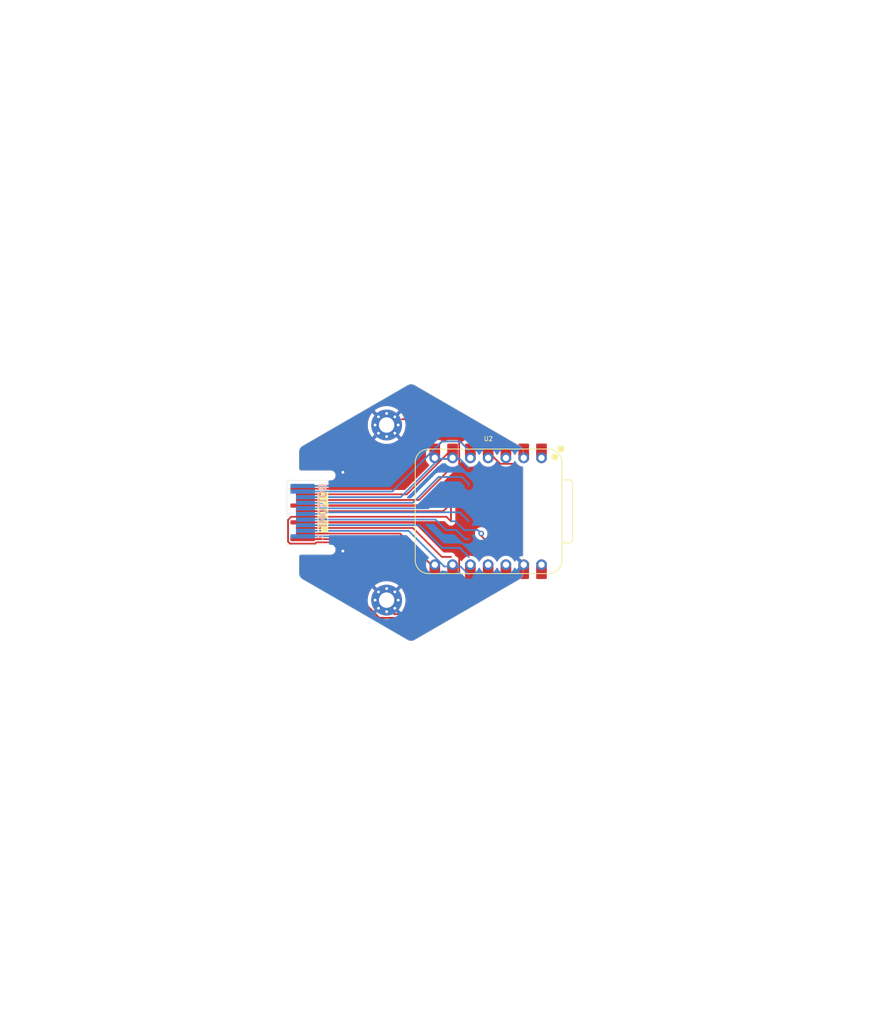
<source format=kicad_pcb>
(kicad_pcb (version 20241229) (generator "pcbnew") (generator_version "9.0")
  (layers (0 "F.Cu" signal) (2 "B.Cu" signal) (13 "F.Paste" user) (15 "B.Paste" user) (5 "F.SilkS" user "F.Silkscreen") (7 "B.SilkS" user "B.Silkscreen") (1 "F.Mask" user) (3 "B.Mask" user) (25 "Edge.Cuts" user))
  (net 0 "")
  (net 1 "/GND")
  (net 2 "unconnected-(J1-LS_B-Pad3)")
  (net 3 "unconnected-(J1-LS_A-Pad2)")
  (net 4 "/SDA")
  (net 5 "/SCL")
  (net 6 "/LS_C")
  (net 7 "/LS_D")
  (net 8 "/LS_E")
  (net 9 "/HS_F")
  (net 10 "/HS_G")
  (net 11 "/3V3")
  (net 12 "/HS_H")
  (net 13 "/HS_I")
  (footprint "tildagon:hexpansion-edge-connector" (layer "F.Cu") (at 98.25 100)
    (property "Reference" "J1" (hide yes))
    (property "Value" "Hexpansion-Connector" (hide yes))
    (fp_line (start 0 4.4) (end 0 -4.4) (stroke (width 0.05)) (layer "Edge.Cuts"))
    (fp_line (start 6.25 -6) (end 2 -6) (stroke (width 0.05)) (layer "Edge.Cuts"))
    (fp_line (start 6.25 -4.6) (end 0.2 -4.6) (stroke (width 0.05)) (layer "Edge.Cuts"))
    (fp_line (start 6.25 4.6) (end 0.2 4.6) (stroke (width 0.05)) (layer "Edge.Cuts"))
    (fp_line (start 6.25 6) (end 2 6) (stroke (width 0.05)) (layer "Edge.Cuts"))
    (fp_arc (start 0 -4.4) (mid 0.058579 -4.541421) (end 0.2 -4.6) (stroke (width 0.05)) (layer "Edge.Cuts"))
    (fp_arc (start 0.2 4.6) (mid 0.058579 4.541421) (end 0 4.4) (stroke (width 0.05)) (layer "Edge.Cuts"))
    (fp_arc (start 6.25 -6) (mid 6.744975 -5.794975) (end 6.95 -5.3) (stroke (width 0.05)) (layer "Edge.Cuts"))
    (fp_arc (start 6.25 4.6) (mid 6.744975 4.805025) (end 6.95 5.3) (stroke (width 0.05)) (layer "Edge.Cuts"))
    (fp_arc (start 6.95 -5.3) (mid 6.744975 -4.805025) (end 6.25 -4.6) (stroke (width 0.05)) (layer "Edge.Cuts"))
    (fp_arc (start 6.95 5.3) (mid 6.744975 5.794975) (end 6.25 6) (stroke (width 0.05)) (layer "Edge.Cuts"))
    (fp_text user "^ TOP ^" (at 5.8 2.85 90) (layer "F.SilkS" knockout) (effects (font (thickness 0.25) (bold yes)) (justify left bottom)))
    (fp_text user "BOTTOM!" (at 5.7 -4.3 90) (layer "B.SilkS") (effects (font (thickness 0.25) (bold yes)) (justify left bottom mirror)))
    (fp_text user "1" (at 5.2 3.05 90) (layer "B.SilkS") (effects (font (size 0.8 0.8) (thickness 0.2) (bold yes)) (justify left bottom mirror)))
    (pad "1" smd roundrect (at 2.25 3.4) (size 3.5 0.6) (layers "B.Cu" "B.Mask") (net 1 "/GND"))
    (pad "2" smd roundrect (at 2.65 2.6) (size 2.7 0.6) (layers "B.Cu" "B.Mask") (net 3 "unconnected-(J1-LS_A-Pad2)"))
    (pad "3" smd roundrect (at 2.65 1.8) (size 2.7 0.6) (layers "B.Cu" "B.Mask") (net 2 "unconnected-(J1-LS_B-Pad3)"))
    (pad "4" smd roundrect (at 2.65 1) (size 2.7 0.6) (layers "B.Cu" "B.Mask") (net 4 "/SDA"))
    (pad "5" smd roundrect (at 2.65 0.2) (size 2.7 0.6) (layers "B.Cu" "B.Mask") (net 5 "/SCL"))
    (pad "6" smd roundrect (at 2.65 -0.6) (size 2.7 0.6) (layers "B.Cu" "B.Mask") (net 1 "/GND"))
    (pad "7" smd roundrect (at 2.65 -1.4) (size 2.7 0.6) (layers "B.Cu" "B.Mask") (net 6 "/LS_C"))
    (pad "8" smd roundrect (at 2.65 -2.2) (size 2.7 0.6) (layers "B.Cu" "B.Mask") (net 7 "/LS_D"))
    (pad "9" smd roundrect (at 2.25 -3) (size 3.5 0.6) (layers "B.Cu" "B.Mask") (net 8 "/LS_E"))
    (pad "10" smd roundrect (at 2.25 -3.8) (size 3.5 0.6) (layers "B.Cu" "B.Mask") (net 1 "/GND"))
    (pad "11" smd roundrect (at 2.25 -3.4 180) (size 3.5 0.6) (layers "F.Cu" "F.Mask") (net 1 "/GND"))
    (pad "12" smd roundrect (at 2.65 -2.6 180) (size 2.7 0.6) (layers "F.Cu" "F.Mask") (net 9 "/HS_F"))
    (pad "13" smd roundrect (at 2.65 -1.8 180) (size 2.7 0.6) (layers "F.Cu" "F.Mask") (net 10 "/HS_G"))
    (pad "14" smd roundrect (at 2.25 -1 180) (size 3.5 0.6) (layers "F.Cu" "F.Mask") (net 1 "/GND"))
    (pad "15" smd roundrect (at 2.65 -0.2 180) (size 2.7 0.6) (layers "F.Cu" "F.Mask") (net 11 "/3V3"))
    (pad "16" smd roundrect (at 2.65 0.6 180) (size 2.7 0.6) (layers "F.Cu" "F.Mask") (net 11 "/3V3"))
    (pad "17" smd roundrect (at 2.25 1.4 180) (size 3.5 0.6) (layers "F.Cu" "F.Mask") (net 1 "/GND"))
    (pad "18" smd roundrect (at 2.65 2.2 180) (size 2.7 0.6) (layers "F.Cu" "F.Mask") (net 12 "/HS_H"))
    (pad "19" smd roundrect (at 2.65 3 180) (size 2.7 0.6) (layers "F.Cu" "F.Mask") (net 13 "/HS_I"))
    (pad "20" smd roundrect (at 2.25 3.8 180) (size 3.5 0.6) (layers "F.Cu" "F.Mask") (net 1 "/GND"))
  )
  (footprint "MountingHole:MountingHole_2.2mm_M2_Pad_Via" (layer "F.Cu") (at 112.5 87.5)
    (property "Reference" "H2" (hide yes))
    (property "Value" "MountingHole_Pad" (hide yes))
    (pad "1" thru_hole circle (at -1.65 0) (size 0.7 0.7) (drill 0.4) (layers "*.Cu" "*.Mask") (net 1 "/GND"))
    (pad "1" thru_hole circle (at -1.166726 -1.166726) (size 0.7 0.7) (drill 0.4) (layers "*.Cu" "*.Mask") (net 1 "/GND"))
    (pad "1" thru_hole circle (at -1.166726 1.166726) (size 0.7 0.7) (drill 0.4) (layers "*.Cu" "*.Mask") (net 1 "/GND"))
    (pad "1" thru_hole circle (at 0 -1.65) (size 0.7 0.7) (drill 0.4) (layers "*.Cu" "*.Mask") (net 1 "/GND"))
    (pad "1" thru_hole circle (at 0 0) (size 4.4 4.4) (drill 2.2) (layers "*.Cu" "*.Mask") (net 1 "/GND"))
    (pad "1" thru_hole circle (at 0 1.65) (size 0.7 0.7) (drill 0.4) (layers "*.Cu" "*.Mask") (net 1 "/GND"))
    (pad "1" thru_hole circle (at 1.166726 -1.166726) (size 0.7 0.7) (drill 0.4) (layers "*.Cu" "*.Mask") (net 1 "/GND"))
    (pad "1" thru_hole circle (at 1.166726 1.166726) (size 0.7 0.7) (drill 0.4) (layers "*.Cu" "*.Mask") (net 1 "/GND"))
    (pad "1" thru_hole circle (at 1.65 0) (size 0.7 0.7) (drill 0.4) (layers "*.Cu" "*.Mask") (net 1 "/GND"))
  )
  (footprint "XIAO:XIAO-ESP32-S3-DIP" (layer "F.Cu") (at 127 99.822)
    (property "Reference" "U2" (at 0.025 -10.35 0) (layer "F.SilkS") (effects (font (size 0.635 0.635) (thickness 0.1016))))
    (property "Value" "XIAO-ESP32-S3-DIP")
    (fp_line (start -10.414 -6.985) (end -10.414 6.985) (stroke (width 0.127)) (layer "F.SilkS"))
    (fp_line (start -8.509 -8.89) (end 8.636 -8.89) (stroke (width 0.127)) (layer "F.SilkS"))
    (fp_line (start -8.509 8.89) (end 8.636 8.89) (stroke (width 0.127)) (layer "F.SilkS"))
    (fp_line (start 10.541 -4.495) (end 11.551272 -4.491272) (stroke (width 0.127)) (layer "F.SilkS"))
    (fp_line (start 10.541 6.985) (end 10.541 -6.985) (stroke (width 0.1)) (layer "F.SilkS"))
    (fp_line (start 10.541 6.985) (end 10.541 -6.985) (stroke (width 0.127)) (layer "F.SilkS"))
    (fp_line (start 11.551 4.504) (end 10.541 4.504) (stroke (width 0.127)) (layer "F.SilkS"))
    (fp_line (start 12.051 -3.991272) (end 12.051 4.004) (stroke (width 0.127)) (layer "F.SilkS"))
    (fp_arc (start -10.414 -6.985) (mid -9.856038 -8.332038) (end -8.509 -8.89) (stroke (width 0.127)) (layer "F.SilkS"))
    (fp_arc (start -8.509 8.89) (mid -9.856038 8.332038) (end -10.414 6.985) (stroke (width 0.127)) (layer "F.SilkS"))
    (fp_arc (start 8.636 -8.89) (mid 9.983038 -8.332038) (end 10.541 -6.985) (stroke (width 0.127)) (layer "F.SilkS"))
    (fp_arc (start 10.541 6.985) (mid 9.983038 8.332038) (end 8.636 8.89) (stroke (width 0.127)) (layer "F.SilkS"))
    (fp_arc (start 11.551272 -4.491272) (mid 11.904644 -4.344724) (end 12.051 -3.991272) (stroke (width 0.127)) (layer "F.SilkS"))
    (fp_arc (start 12.051 4.004) (mid 11.904553 4.357553) (end 11.551 4.504) (stroke (width 0.127)) (layer "F.SilkS"))
    (fp_circle (center 9.52 -7.761) (end 9.774 -7.761) (stroke (width 0.5)) (fill yes) (layer "F.SilkS"))
    (fp_circle (center 10.4 -8.904) (end 10.654 -8.904) (stroke (width 0.5)) (fill yes) (layer "F.SilkS"))
    (pad "1" smd roundrect (at 7.62 -8.455 90) (size 2.432 1.524) (layers "F.Cu" "F.Mask") (roundrect_rratio 0.1))
    (pad "1" thru_hole circle (at 7.62 -7.62 90) (size 1.524 1.524) (drill 0.889) (layers "*.Cu" "*.Mask"))
    (pad "2" smd roundrect (at 5.08 -8.455 90) (size 2.432 1.524) (layers "F.Cu" "F.Mask") (roundrect_rratio 0.1))
    (pad "2" thru_hole circle (at 5.08 -7.62 90) (size 1.524 1.524) (drill 0.889) (layers "*.Cu" "*.Mask"))
    (pad "3" smd roundrect (at 2.54 -8.455 90) (size 2.432 1.524) (layers "F.Cu" "F.Mask") (roundrect_rratio 0.1))
    (pad "3" thru_hole circle (at 2.54 -7.62 90) (size 1.524 1.524) (drill 0.889) (layers "*.Cu" "*.Mask"))
    (pad "4" smd roundrect (at 0 -8.455 90) (size 2.432 1.524) (layers "F.Cu" "F.Mask") (roundrect_rratio 0.1))
    (pad "4" thru_hole circle (at 0 -7.62 90) (size 1.524 1.524) (drill 0.889) (layers "*.Cu" "*.Mask"))
    (pad "5" smd roundrect (at -2.54 -8.455 90) (size 2.432 1.524) (layers "F.Cu" "F.Mask") (roundrect_rratio 0.1))
    (pad "5" thru_hole circle (at -2.54 -7.62 90) (size 1.524 1.524) (drill 0.889) (layers "*.Cu" "*.Mask"))
    (pad "6" smd roundrect (at -5.08 -8.455 90) (size 2.432 1.524) (layers "F.Cu" "F.Mask") (roundrect_rratio 0.1))
    (pad "6" thru_hole circle (at -5.08 -7.62 90) (size 1.524 1.524) (drill 0.889) (layers "*.Cu" "*.Mask"))
    (pad "7" smd roundrect (at -7.62 -8.455 90) (size 2.432 1.524) (layers "F.Cu" "F.Mask") (roundrect_rratio 0.1))
    (pad "7" thru_hole circle (at -7.62 -7.62 90) (size 1.524 1.524) (drill 0.889) (layers "*.Cu" "*.Mask"))
    (pad "8" thru_hole circle (at -7.62 7.62 270) (size 1.524 1.524) (drill 0.889) (layers "*.Cu" "*.Mask"))
    (pad "8" smd roundrect (at -7.62 8.455 270) (size 2.432 1.524) (layers "F.Cu" "F.Mask") (roundrect_rratio 0.1))
    (pad "9" thru_hole circle (at -5.08 7.62 270) (size 1.524 1.524) (drill 0.889) (layers "*.Cu" "*.Mask"))
    (pad "9" smd roundrect (at -5.08 8.455 270) (size 2.432 1.524) (layers "F.Cu" "F.Mask") (roundrect_rratio 0.1))
    (pad "10" thru_hole circle (at -2.54 7.62 270) (size 1.524 1.524) (drill 0.889) (layers "*.Cu" "*.Mask"))
    (pad "10" smd roundrect (at -2.54 8.455 270) (size 2.432 1.524) (layers "F.Cu" "F.Mask") (roundrect_rratio 0.1))
    (pad "11" thru_hole circle (at 0 7.62 270) (size 1.524 1.524) (drill 0.889) (layers "*.Cu" "*.Mask"))
    (pad "11" smd roundrect (at 0 8.455 270) (size 2.432 1.524) (layers "F.Cu" "F.Mask") (roundrect_rratio 0.1))
    (pad "12" thru_hole circle (at 2.54 7.62 270) (size 1.524 1.524) (drill 0.889) (layers "*.Cu" "*.Mask") (net 11 "/3V3"))
    (pad "12" smd roundrect (at 2.54 8.455 270) (size 2.432 1.524) (layers "F.Cu" "F.Mask") (roundrect_rratio 0.1) (net 11 "/3V3"))
    (pad "13" thru_hole circle (at 5.08 7.62 270) (size 1.524 1.524) (drill 0.889) (layers "*.Cu" "*.Mask") (net 1 "/GND"))
    (pad "13" smd roundrect (at 5.08 8.455 270) (size 2.432 1.524) (layers "F.Cu" "F.Mask") (roundrect_rratio 0.1) (net 1 "/GND"))
    (pad "14" thru_hole circle (at 7.62 7.62 270) (size 1.524 1.524) (drill 0.889) (layers "*.Cu" "*.Mask"))
    (pad "14" smd roundrect (at 7.62 8.455 270) (size 2.432 1.524) (layers "F.Cu" "F.Mask") (roundrect_rratio 0.1))
  )
  (footprint "MountingHole:MountingHole_2.2mm_M2_Pad_Via" (layer "F.Cu") (at 112.5 112.5)
    (property "Reference" "H1" (hide yes))
    (property "Value" "MountingHole_Pad")
    (pad "1" thru_hole circle (at -1.65 0) (size 0.7 0.7) (drill 0.4) (layers "*.Cu" "*.Mask") (net 1 "/GND"))
    (pad "1" thru_hole circle (at -1.166726 -1.166726) (size 0.7 0.7) (drill 0.4) (layers "*.Cu" "*.Mask") (net 1 "/GND"))
    (pad "1" thru_hole circle (at -1.166726 1.166726) (size 0.7 0.7) (drill 0.4) (layers "*.Cu" "*.Mask") (net 1 "/GND"))
    (pad "1" thru_hole circle (at 0 -1.65) (size 0.7 0.7) (drill 0.4) (layers "*.Cu" "*.Mask") (net 1 "/GND"))
    (pad "1" thru_hole circle (at 0 0) (size 4.4 4.4) (drill 2.2) (layers "*.Cu" "*.Mask") (net 1 "/GND"))
    (pad "1" thru_hole circle (at 0 1.65) (size 0.7 0.7) (drill 0.4) (layers "*.Cu" "*.Mask") (net 1 "/GND"))
    (pad "1" thru_hole circle (at 1.166726 -1.166726) (size 0.7 0.7) (drill 0.4) (layers "*.Cu" "*.Mask") (net 1 "/GND"))
    (pad "1" thru_hole circle (at 1.166726 1.166726) (size 0.7 0.7) (drill 0.4) (layers "*.Cu" "*.Mask") (net 1 "/GND"))
    (pad "1" thru_hole circle (at 1.65 0) (size 0.7 0.7) (drill 0.4) (layers "*.Cu" "*.Mask") (net 1 "/GND"))
  )
  (gr_line (start 100.5 90.473725) (end 115.499995 81.813472) (stroke (width 0.05)) (layer "Edge.Cuts"))
  (gr_arc (start 131.499989 90.473725) (mid 131.866015 90.83975) (end 131.999989 91.33975) (stroke (width 0.05)) (layer "Edge.Cuts"))
  (gr_arc (start 100.25 94) (mid 100.073223 93.926777) (end 100 93.75) (stroke (width 0.1)) (layer "Edge.Cuts"))
  (gr_arc (start 115.499995 81.813472) (mid 115.999995 81.679497) (end 116.499995 81.813472) (stroke (width 0.05)) (layer "Edge.Cuts"))
  (gr_line (start 100.5 109.526269) (end 115.499995 118.186522) (stroke (width 0.05)) (layer "Edge.Cuts"))
  (gr_line (start 131.999989 91.33975) (end 131.999989 108.660243) (stroke (width 0.05)) (layer "Edge.Cuts"))
  (gr_line (start 100 93.75) (end 100 91.33975) (stroke (width 0.05)) (layer "Edge.Cuts"))
  (gr_arc (start 100 91.33975) (mid 100.133975 90.83975) (end 100.5 90.473725) (stroke (width 0.05)) (layer "Edge.Cuts"))
  (gr_line (start 100 106.25) (end 100 108.660243) (stroke (width 0.05)) (layer "Edge.Cuts"))
  (gr_line (start 116.499995 81.813472) (end 131.499989 90.473725) (stroke (width 0.05)) (layer "Edge.Cuts"))
  (gr_arc (start 100 106.25) (mid 100.073223 106.073223) (end 100.25 106) (stroke (width 0.1)) (layer "Edge.Cuts"))
  (gr_arc (start 100.5 109.526269) (mid 100.133975 109.160243) (end 100 108.660243) (stroke (width 0.05)) (layer "Edge.Cuts"))
  (gr_arc (start 131.999989 108.660243) (mid 131.866015 109.160243) (end 131.499989 109.526269) (stroke (width 0.05)) (layer "Edge.Cuts"))
  (gr_arc (start 116.499995 118.186522) (mid 115.999995 118.320497) (end 115.499995 118.186522) (stroke (width 0.05)) (layer "Edge.Cuts"))
  (gr_line (start 116.499995 118.186522) (end 131.499989 109.526269) (stroke (width 0.05)) (layer "Edge.Cuts"))
  (segment (start 128.6 94.34) (end 130.49 94.34) (width 0.25) (layer "F.Cu") (net 0))
  (segment (start 124.23 98.71) (end 128.6 94.34) (width 0.25) (layer "F.Cu") (net 0))
  (segment (start 130.59 103.855) (end 130.55 103.815) (width 0.25) (layer "F.Cu") (net 0))
  (segment (start 130.55 103.815) (end 130.55 102.2275) (width 0.25) (layer "F.Cu") (net 0))
  (segment (start 111.99 103.8) (end 120.32 112.13) (width 0.25) (layer "F.Cu") (net 1))
  (segment (start 121.69 96.17) (end 122.865 96.17) (width 0.25) (layer "F.Cu") (net 1))
  (segment (start 113.64 96.6) (end 100.5 96.6) (width 0.25) (layer "F.Cu") (net 1))
  (segment (start 121.69 88.55) (end 124.23 88.55) (width 0.25) (layer "F.Cu") (net 1))
  (segment (start 122.865 103.89) (end 122.865 100.07) (width 0.25) (layer "F.Cu") (net 1))
  (segment (start 130.2675 100.07) (end 122.865 100.07) (width 0.25) (layer "F.Cu") (net 1))
  (segment (start 122.865 89.725) (end 121.69 88.55) (width 0.25) (layer "F.Cu") (net 1))
  (segment (start 114.716726 86.666726) (end 119.806726 86.666726) (width 0.25) (layer "F.Cu") (net 1))
  (segment (start 121.69 103.79) (end 119.3 101.4) (width 0.25) (layer "F.Cu") (net 1))
  (segment (start 130.55 100.3525) (end 130.2675 100.07) (width 0.25) (layer "F.Cu") (net 1))
  (segment (start 113.55 114.5) (end 118.6 114.5) (width 0.25) (layer "F.Cu") (net 1))
  (segment (start 119.806726 86.666726) (end 121.69 88.55) (width 0.25) (layer "F.Cu") (net 1))
  (segment (start 130.49 93.04) (end 128.72 93.04) (width 0.25) (layer "F.Cu") (net 1))
  (segment (start 118.86 99) (end 100.5 99) (width 0.25) (layer "F.Cu") (net 1))
  (segment (start 122.865 100.07) (end 122.865 96.17) (width 0.25) (layer "F.Cu") (net 1))
  (segment (start 121.69 103.79) (end 122.765 103.79) (width 0.25) (layer "F.Cu") (net 1))
  (segment (start 120.97 112.13) (end 121.69 111.41) (width 0.25) (layer "F.Cu") (net 1))
  (segment (start 121.69 96.17) (end 118.86 99) (width 0.25) (layer "F.Cu") (net 1))
  (segment (start 122.865 96.17) (end 122.865 89.725) (width 0.25) (layer "F.Cu") (net 1))
  (segment (start 118.6 114.5) (end 121.69 111.41) (width 0.25) (layer "F.Cu") (net 1))
  (segment (start 121.69 88.55) (end 113.64 96.6) (width 0.25) (layer "F.Cu") (net 1))
  (segment (start 122.765 103.79) (end 122.865 103.89) (width 0.25) (layer "F.Cu") (net 1))
  (segment (start 100.5 103.8) (end 111.99 103.8) (width 0.25) (layer "F.Cu") (net 1))
  (segment (start 119.3 101.4) (end 100.5 101.4) (width 0.25) (layer "F.Cu") (net 1))
  (segment (start 121.69 111.41) (end 124.23 111.41) (width 0.25) (layer "F.Cu") (net 1))
  (segment (start 128.72 93.04) (end 124.23 88.55) (width 0.25) (layer "F.Cu") (net 1))
  (segment (start 124.23 111.41) (end 122.865 110.045) (width 0.25) (layer "F.Cu") (net 1))
  (segment (start 120.32 112.13) (end 120.97 112.13) (width 0.25) (layer "F.Cu") (net 1))
  (segment (start 122.865 110.045) (end 122.865 103.89) (width 0.25) (layer "F.Cu") (net 1))
  (via (at 106.25 105.5) (size 0.8) (drill 0.4) (layers "F.Cu" "B.Cu") (net 1))
  (via (at 106.25 94.25) (size 0.8) (drill 0.4) (layers "F.Cu" "B.Cu") (net 1))
  (segment (start 120.4 97.41) (end 118.41 99.4) (width 0.25) (layer "B.Cu") (net 1))
  (segment (start 112.45 103.4) (end 100.5 103.4) (width 0.25) (layer "B.Cu") (net 1))
  (segment (start 121.69 111.41) (end 120.62 111.41) (width 0.25) (layer "B.Cu") (net 1))
  (segment (start 124.23 98.71) (end 122.93 97.41) (width 0.25) (layer "B.Cu") (net 1))
  (segment (start 120.54 111.49) (end 112.45 103.4) (width 0.25) (layer "B.Cu") (net 1))
  (segment (start 119.36 88.55) (end 111.71 96.2) (width 0.25) (layer "B.Cu") (net 1))
  (segment (start 120.62 111.41) (end 120.54 111.49) (width 0.25) (layer "B.Cu") (net 1))
  (segment (start 111.71 96.2) (end 100.5 96.2) (width 0.25) (layer "B.Cu") (net 1))
  (segment (start 122.93 97.41) (end 120.4 97.41) (width 0.25) (layer "B.Cu") (net 1))
  (segment (start 118.41 99.4) (end 100.9 99.4) (width 0.25) (layer "B.Cu") (net 1))
  (segment (start 121.69 88.55) (end 119.36 88.55) (width 0.25) (layer "B.Cu") (net 1))
  (segment (start 124.23 106.33) (end 122.94 105.04) (width 0.25) (layer "B.Cu") (net 2))
  (segment (start 120.42 105.04) (end 117.18 101.8) (width 0.25) (layer "B.Cu") (net 2))
  (segment (start 117.18 101.8) (end 100.9 101.8) (width 0.25) (layer "B.Cu") (net 2))
  (segment (start 122.94 105.04) (end 120.42 105.04) (width 0.25) (layer "B.Cu") (net 2))
  (segment (start 123.055 107.695) (end 120.735 107.695) (width 0.25) (layer "B.Cu") (net 3))
  (segment (start 120.735 107.695) (end 120.73 107.7) (width 0.25) (layer "B.Cu") (net 3))
  (segment (start 124.23 108.87) (end 123.055 107.695) (width 0.25) (layer "B.Cu") (net 3))
  (segment (start 115.63 102.6) (end 100.9 102.6) (width 0.25) (layer "B.Cu") (net 3))
  (segment (start 120.73 107.7) (end 115.63 102.6) (width 0.25) (layer "B.Cu") (net 3))
  (segment (start 122.44 102.48) (end 120.96 102.48) (width 0.25) (layer "B.Cu") (net 4))
  (segment (start 123.75 103.79) (end 122.44 102.48) (width 0.25) (layer "B.Cu") (net 4))
  (segment (start 124.23 103.79) (end 123.75 103.79) (width 0.25) (layer "B.Cu") (net 4))
  (segment (start 120.96 102.48) (end 119.48 101) (width 0.25) (layer "B.Cu") (net 4))
  (segment (start 119.48 101) (end 100.9 101) (width 0.25) (layer "B.Cu") (net 4))
  (segment (start 124.23 101.25) (end 122.94 99.96) (width 0.25) (layer "B.Cu") (net 5))
  (segment (start 122.94 99.96) (end 103.5 99.96) (width 0.25) (layer "B.Cu") (net 5))
  (segment (start 103.26 100.2) (end 100.9 100.2) (width 0.25) (layer "B.Cu") (net 5))
  (segment (start 103.5 99.96) (end 103.26 100.2) (width 0.25) (layer "B.Cu") (net 5))
  (segment (start 124.23 95.92) (end 123.23 94.92) (width 0.25) (layer "B.Cu") (net 6))
  (segment (start 116.25 98.6) (end 100.9 98.6) (width 0.25) (layer "B.Cu") (net 6))
  (segment (start 123.23 94.92) (end 119.93 94.92) (width 0.25) (layer "B.Cu") (net 6))
  (segment (start 119.93 94.92) (end 116.25 98.6) (width 0.25) (layer "B.Cu") (net 6))
  (segment (start 124.23 96.17) (end 124.23 95.92) (width 0.25) (layer "B.Cu") (net 6))
  (segment (start 114.52 97.8) (end 100.9 97.8) (width 0.25) (layer "B.Cu") (net 7))
  (segment (start 122.94 92.34) (end 119.98 92.34) (width 0.25) (layer "B.Cu") (net 7))
  (segment (start 119.98 92.34) (end 114.52 97.8) (width 0.25) (layer "B.Cu") (net 7))
  (segment (start 124.23 93.63) (end 122.94 92.34) (width 0.25) (layer "B.Cu") (net 7))
  (segment (start 113.28 97) (end 100.5 97) (width 0.25) (layer "B.Cu") (net 8))
  (segment (start 124.23 91.09) (end 122.99 89.85) (width 0.25) (layer "B.Cu") (net 8))
  (segment (start 120.43 89.85) (end 113.28 97) (width 0.25) (layer "B.Cu") (net 8))
  (segment (start 122.99 89.85) (end 120.43 89.85) (width 0.25) (layer "B.Cu") (net 8))
  (segment (start 115.38 97.4) (end 100.9 97.4) (width 0.25) (layer "F.Cu") (net 9))
  (segment (start 121.69 91.09) (end 115.38 97.4) (width 0.25) (layer "F.Cu") (net 9))
  (segment (start 117.12 98.2) (end 100.9 98.2) (width 0.25) (layer "F.Cu") (net 10))
  (segment (start 121.69 93.63) (end 117.12 98.2) (width 0.25) (layer "F.Cu") (net 10))
  (segment (start 102.301322 104.426) (end 98.698678 104.426) (width 0.25) (layer "F.Cu") (net 11))
  (segment (start 120.6 99.8) (end 100.9 99.8) (width 0.25) (layer "F.Cu") (net 11))
  (segment (start 98.872678 100.6) (end 100.9 100.6) (width 0.25) (layer "F.Cu") (net 11))
  (segment (start 129.54 108.277) (end 125.956 111.861) (width 0.25) (layer "F.Cu") (net 11))
  (segment (start 121.25181 115.026) (end 111.453696 115.026) (width 0.25) (layer "F.Cu") (net 11))
  (segment (start 102.476322 104.251) (end 102.301322 104.426) (width 0.25) (layer "F.Cu") (net 11))
  (segment (start 105.327849 104.251) (end 102.476322 104.251) (width 0.25) (layer "F.Cu") (net 11))
  (segment (start 100.9 99.8) (end 100.9 100.6) (width 0.25) (layer "F.Cu") (net 11))
  (segment (start 121.69 101.25) (end 121.69 98.71) (width 0.25) (layer "F.Cu") (net 11))
  (segment (start 126.01 103.315) (end 128.2 105.505) (width 0.25) (layer "F.Cu") (net 11))
  (segment (start 121.69 98.71) (end 120.6 99.8) (width 0.25) (layer "F.Cu") (net 11))
  (segment (start 105.327849 108.900153) (end 105.327849 104.251) (width 0.25) (layer "F.Cu") (net 11))
  (segment (start 111.453696 115.026) (end 105.327849 108.900153) (width 0.25) (layer "F.Cu") (net 11))
  (segment (start 124.41681 111.861) (end 121.25181 115.026) (width 0.25) (layer "F.Cu") (net 11))
  (segment (start 126.01 102.99) (end 126.01 103.315) (width 0.25) (layer "F.Cu") (net 11))
  (segment (start 128.2 105.505) (end 130.59 105.505) (width 0.25) (layer "F.Cu") (net 11))
  (segment (start 121.04 100.6) (end 121.69 101.25) (width 0.25) (layer "F.Cu") (net 11))
  (segment (start 100.9 100.6) (end 121.04 100.6) (width 0.25) (layer "F.Cu") (net 11))
  (segment (start 98.424 104.151322) (end 98.424 101.048678) (width 0.25) (layer "F.Cu") (net 11))
  (segment (start 98.698678 104.426) (end 98.424 104.151322) (width 0.25) (layer "F.Cu") (net 11))
  (segment (start 98.424 101.048678) (end 98.872678 100.6) (width 0.25) (layer "F.Cu") (net 11))
  (segment (start 125.956 111.861) (end 124.41681 111.861) (width 0.25) (layer "F.Cu") (net 11))
  (via (at 126.01 102.99) (size 0.8) (drill 0.4) (layers "F.Cu" "B.Cu") (net 11))
  (segment (start 122.326396 101.25) (end 123.576396 102.5) (width 0.25) (layer "B.Cu") (net 11))
  (segment (start 123.576396 102.5) (end 125.52 102.5) (width 0.25) (layer "B.Cu") (net 11))
  (segment (start 121.69 101.25) (end 122.326396 101.25) (width 0.25) (layer "B.Cu") (net 11))
  (segment (start 125.52 102.5) (end 126.01 102.99) (width 0.25) (layer "B.Cu") (net 11))
  (segment (start 121.69 106.33) (end 120.38 106.33) (width 0.25) (layer "F.Cu") (net 12))
  (segment (start 116.25 102.2) (end 100.9 102.2) (width 0.25) (layer "F.Cu") (net 12))
  (segment (start 120.38 106.33) (end 116.25 102.2) (width 0.25) (layer "F.Cu") (net 12))
  (segment (start 121.69 108.87) (end 120.28 108.87) (width 0.25) (layer "F.Cu") (net 13))
  (segment (start 120.28 108.87) (end 114.41 103) (width 0.25) (layer "F.Cu") (net 13))
  (segment (start 114.41 103) (end 100.9 103) (width 0.25) (layer "F.Cu") (net 13))
  (zone (net 1) (net_name "/GND") (layers "F.Cu" "B.Cu") (connect_pads (clearance 0.5)) (min_thickness 0.25) (fill yes (thermal_gap 0.5) (thermal_bridge_width 0.5))
    (polygon (pts (xy 57.275 160.275) (xy 59.675 28.2) (xy 137.95 26.825) (xy 175.875 98.55) (xy 150.725 173.025) (xy 109.325 169.925)))
  )
  (zone (net 0) (net_name "") (layers "F.Cu" "B.Cu") (connect_pads (clearance 0)) (min_thickness 0.25)
    (keepout (tracks allowed) (vias allowed) (pads allowed) (copperpour not_allowed) (footprints allowed))
    (fill (thermal_gap 0.5) (thermal_bridge_width 0.5))
    (polygon (pts (xy 98.25 95.01) (xy 104.2 95.01) (xy 104.27 105.08) (xy 98.25 105.1)))
  )
)
</source>
